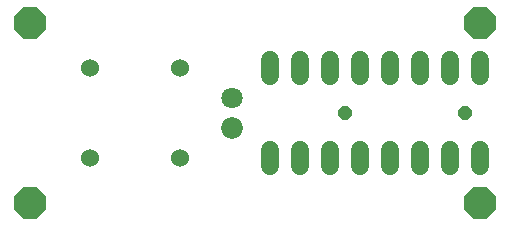
<source format=gbs>
G75*
G70*
%OFA0B0*%
%FSLAX24Y24*%
%IPPOS*%
%LPD*%
%AMOC8*
5,1,8,0,0,1.08239X$1,22.5*
%
%ADD10C,0.0600*%
%ADD11C,0.0707*%
%ADD12C,0.0721*%
%ADD13C,0.0600*%
%ADD14OC8,0.1080*%
%ADD15OC8,0.0437*%
D10*
X009180Y002420D02*
X009180Y002940D01*
X010180Y002940D02*
X010180Y002420D01*
X011180Y002420D02*
X011180Y002940D01*
X012180Y002940D02*
X012180Y002420D01*
X013180Y002420D02*
X013180Y002940D01*
X014180Y002940D02*
X014180Y002420D01*
X015180Y002420D02*
X015180Y002940D01*
X016180Y002940D02*
X016180Y002420D01*
X016180Y005420D02*
X016180Y005940D01*
X015180Y005940D02*
X015180Y005420D01*
X014180Y005420D02*
X014180Y005940D01*
X013180Y005940D02*
X013180Y005420D01*
X012180Y005420D02*
X012180Y005940D01*
X011180Y005940D02*
X011180Y005420D01*
X010180Y005420D02*
X010180Y005940D01*
X009180Y005940D02*
X009180Y005420D01*
D11*
X007930Y004680D03*
D12*
X007930Y003680D03*
D13*
X006180Y002680D03*
X003180Y002680D03*
X003180Y005680D03*
X006180Y005680D03*
D14*
X001180Y001180D03*
X001180Y007180D03*
X016180Y007180D03*
X016180Y001180D03*
D15*
X015680Y004180D03*
X011680Y004180D03*
M02*

</source>
